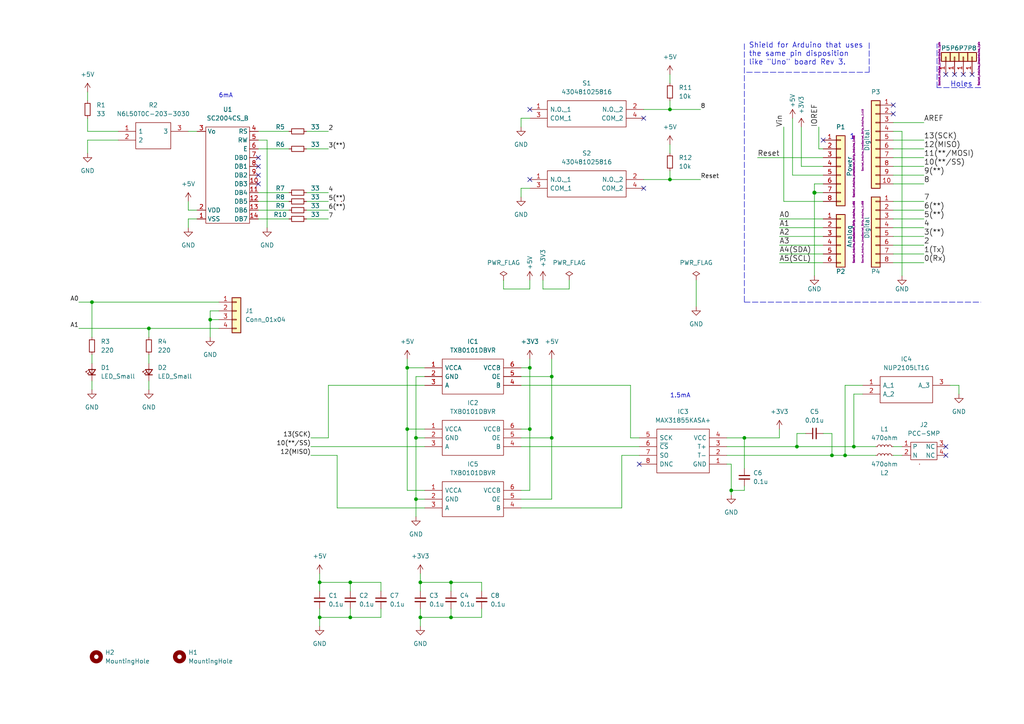
<source format=kicad_sch>
(kicad_sch (version 20211123) (generator eeschema)
  (paper "A4")
  (title_block (date "lun. 30 mars 2015"))
  (lib_symbols
    (symbol "Connector_Generic:Conn_01x01" (pin_names (offset 1.016) hide)
      (property "Reference" "J" (at 0 2.54 0))
      (property "Value" "Conn_01x01" (at 0 -2.54 0))
      (symbol "Conn_01x01_1_1"
        (rectangle (start -1.27 0.127) (end 0 -0.127) (stroke (width 0.1524)))
        (rectangle (start -1.27 1.27) (end 1.27 -1.27) (stroke (width 0.254)) (fill (type background)))
        (pin passive line (at -5.08 0 0) (length 3.81) (name "Pin_1") (number "1"))
      )
    )
    (symbol "Connector_Generic:Conn_01x04" (pin_names (offset 1.016) hide)
      (property "Reference" "J" (at 0 5.08 0))
      (property "Value" "Conn_01x04" (at 0 -7.62 0))
      (symbol "Conn_01x04_1_1"
        (rectangle (start -1.27 -4.953) (end 0 -5.207) (stroke (width 0.1524)))
        (rectangle (start -1.27 -2.413) (end 0 -2.667) (stroke (width 0.1524)))
        (rectangle (start -1.27 0.127) (end 0 -0.127) (stroke (width 0.1524)))
        (rectangle (start -1.27 2.667) (end 0 2.413) (stroke (width 0.1524)))
        (rectangle (start -1.27 3.81) (end 1.27 -6.35) (stroke (width 0.254)) (fill (type background)))
        (pin passive line (at -5.08 2.54 0) (length 3.81) (name "Pin_1") (number "1"))
        (pin passive line (at -5.08 0 0) (length 3.81) (name "Pin_2") (number "2"))
        (pin passive line (at -5.08 -2.54 0) (length 3.81) (name "Pin_3") (number "3"))
        (pin passive line (at -5.08 -5.08 0) (length 3.81) (name "Pin_4") (number "4"))
      )
    )
    (symbol "Connector_Generic:Conn_01x06" (pin_names (offset 1.016) hide)
      (property "Reference" "J" (at 0 7.62 0))
      (property "Value" "Conn_01x06" (at 0 -10.16 0))
      (symbol "Conn_01x06_1_1"
        (rectangle (start -1.27 -7.493) (end 0 -7.747) (stroke (width 0.1524)))
        (rectangle (start -1.27 -4.953) (end 0 -5.207) (stroke (width 0.1524)))
        (rectangle (start -1.27 -2.413) (end 0 -2.667) (stroke (width 0.1524)))
        (rectangle (start -1.27 0.127) (end 0 -0.127) (stroke (width 0.1524)))
        (rectangle (start -1.27 2.667) (end 0 2.413) (stroke (width 0.1524)))
        (rectangle (start -1.27 5.207) (end 0 4.953) (stroke (width 0.1524)))
        (rectangle (start -1.27 6.35) (end 1.27 -8.89) (stroke (width 0.254)) (fill (type background)))
        (pin passive line (at -5.08 5.08 0) (length 3.81) (name "Pin_1") (number "1"))
        (pin passive line (at -5.08 2.54 0) (length 3.81) (name "Pin_2") (number "2"))
        (pin passive line (at -5.08 0 0) (length 3.81) (name "Pin_3") (number "3"))
        (pin passive line (at -5.08 -2.54 0) (length 3.81) (name "Pin_4") (number "4"))
        (pin passive line (at -5.08 -5.08 0) (length 3.81) (name "Pin_5") (number "5"))
        (pin passive line (at -5.08 -7.62 0) (length 3.81) (name "Pin_6") (number "6"))
      )
    )
    (symbol "Connector_Generic:Conn_01x08" (pin_names (offset 1.016) hide)
      (property "Reference" "J" (at 0 10.16 0))
      (property "Value" "Conn_01x08" (at 0 -12.7 0))
      (symbol "Conn_01x08_1_1"
        (rectangle (start -1.27 -10.033) (end 0 -10.287) (stroke (width 0.1524)))
        (rectangle (start -1.27 -7.493) (end 0 -7.747) (stroke (width 0.1524)))
        (rectangle (start -1.27 -4.953) (end 0 -5.207) (stroke (width 0.1524)))
        (rectangle (start -1.27 -2.413) (end 0 -2.667) (stroke (width 0.1524)))
        (rectangle (start -1.27 0.127) (end 0 -0.127) (stroke (width 0.1524)))
        (rectangle (start -1.27 2.667) (end 0 2.413) (stroke (width 0.1524)))
        (rectangle (start -1.27 5.207) (end 0 4.953) (stroke (width 0.1524)))
        (rectangle (start -1.27 7.747) (end 0 7.493) (stroke (width 0.1524)))
        (rectangle (start -1.27 8.89) (end 1.27 -11.43) (stroke (width 0.254)) (fill (type background)))
        (pin passive line (at -5.08 7.62 0) (length 3.81) (name "Pin_1") (number "1"))
        (pin passive line (at -5.08 5.08 0) (length 3.81) (name "Pin_2") (number "2"))
        (pin passive line (at -5.08 2.54 0) (length 3.81) (name "Pin_3") (number "3"))
        (pin passive line (at -5.08 0 0) (length 3.81) (name "Pin_4") (number "4"))
        (pin passive line (at -5.08 -2.54 0) (length 3.81) (name "Pin_5") (number "5"))
        (pin passive line (at -5.08 -5.08 0) (length 3.81) (name "Pin_6") (number "6"))
        (pin passive line (at -5.08 -7.62 0) (length 3.81) (name "Pin_7") (number "7"))
        (pin passive line (at -5.08 -10.16 0) (length 3.81) (name "Pin_8") (number "8"))
      )
    )
    (symbol "Connector_Generic:Conn_01x10" (pin_names (offset 1.016) hide)
      (property "Reference" "J" (at 0 12.7 0))
      (property "Value" "Conn_01x10" (at 0 -15.24 0))
      (symbol "Conn_01x10_1_1"
        (rectangle (start -1.27 -12.573) (end 0 -12.827) (stroke (width 0.1524)))
        (rectangle (start -1.27 -10.033) (end 0 -10.287) (stroke (width 0.1524)))
        (rectangle (start -1.27 -7.493) (end 0 -7.747) (stroke (width 0.1524)))
        (rectangle (start -1.27 -4.953) (end 0 -5.207) (stroke (width 0.1524)))
        (rectangle (start -1.27 -2.413) (end 0 -2.667) (stroke (width 0.1524)))
        (rectangle (start -1.27 0.127) (end 0 -0.127) (stroke (width 0.1524)))
        (rectangle (start -1.27 2.667) (end 0 2.413) (stroke (width 0.1524)))
        (rectangle (start -1.27 5.207) (end 0 4.953) (stroke (width 0.1524)))
        (rectangle (start -1.27 7.747) (end 0 7.493) (stroke (width 0.1524)))
        (rectangle (start -1.27 10.287) (end 0 10.033) (stroke (width 0.1524)))
        (rectangle (start -1.27 11.43) (end 1.27 -13.97) (stroke (width 0.254)) (fill (type background)))
        (pin passive line (at -5.08 10.16 0) (length 3.81) (name "Pin_1") (number "1"))
        (pin passive line (at -5.08 -12.7 0) (length 3.81) (name "Pin_10") (number "10"))
        (pin passive line (at -5.08 7.62 0) (length 3.81) (name "Pin_2") (number "2"))
        (pin passive line (at -5.08 5.08 0) (length 3.81) (name "Pin_3") (number "3"))
        (pin passive line (at -5.08 2.54 0) (length 3.81) (name "Pin_4") (number "4"))
        (pin passive line (at -5.08 0 0) (length 3.81) (name "Pin_5") (number "5"))
        (pin passive line (at -5.08 -2.54 0) (length 3.81) (name "Pin_6") (number "6"))
        (pin passive line (at -5.08 -5.08 0) (length 3.81) (name "Pin_7") (number "7"))
        (pin passive line (at -5.08 -7.62 0) (length 3.81) (name "Pin_8") (number "8"))
        (pin passive line (at -5.08 -10.16 0) (length 3.81) (name "Pin_9") (number "9"))
      )
    )
    (symbol "Device:C_Small" (pin_numbers hide) (pin_names (offset 0.254) hide)
      (property "Reference" "C" (at 0.254 1.778 0))
      (property "Value" "C_Small" (at 0.254 -2.032 0))
      (symbol "C_Small_0_1"
        (polyline (pts (xy -1.524 -0.508) (xy 1.524 -0.508)) (stroke (width 0.3302)))
        (polyline (pts (xy -1.524 0.508) (xy 1.524 0.508)) (stroke (width 0.3048)))
      )
      (symbol "C_Small_1_1"
        (pin passive line (at 0 2.54 270) (length 2.032) (name "~") (number "1"))
        (pin passive line (at 0 -2.54 90) (length 2.032) (name "~") (number "2"))
      )
    )
    (symbol "Device:LED_Small" (pin_numbers hide) (pin_names (offset 0.254) hide)
      (property "Reference" "D" (at -1.27 3.175 0))
      (property "Value" "LED_Small" (at -4.445 -2.54 0))
      (symbol "LED_Small_0_1"
        (polyline (pts (xy -0.762 -1.016) (xy -0.762 1.016)) (stroke (width 0.254)))
        (polyline (pts (xy 1.016 0) (xy -0.762 0)))
        (polyline (pts (xy 0.762 -1.016) (xy -0.762 0) (xy 0.762 1.016) (xy 0.762 -1.016)) (stroke (width 0.254)))
        (polyline (pts (xy 0 0.762) (xy -0.508 1.27) (xy -0.254 1.27) (xy -0.508 1.27) (xy -0.508 1.016)))
        (polyline (pts (xy 0.508 1.27) (xy 0 1.778) (xy 0.254 1.778) (xy 0 1.778) (xy 0 1.524)))
      )
      (symbol "LED_Small_1_1"
        (pin passive line (at -2.54 0 0) (length 1.778) (name "K") (number "1"))
        (pin passive line (at 2.54 0 180) (length 1.778) (name "A") (number "2"))
      )
    )
    (symbol "Device:L_Small" (pin_numbers hide) (pin_names (offset 0.254) hide)
      (property "Reference" "L" (at 0.762 1.016 0))
      (property "Value" "L_Small" (at 0.762 -1.016 0))
      (symbol "L_Small_0_1"
        (arc (start 0 -2.032) (mid 0.508 -1.524) (end 0 -1.016))
        (arc (start 0 -1.016) (mid 0.508 -0.508) (end 0 0))
        (arc (start 0 0) (mid 0.508 0.508) (end 0 1.016))
        (arc (start 0 1.016) (mid 0.508 1.524) (end 0 2.032))
      )
      (symbol "L_Small_1_1"
        (pin passive line (at 0 2.54 270) (length 0.508) (name "~") (number "1"))
        (pin passive line (at 0 -2.54 90) (length 0.508) (name "~") (number "2"))
      )
    )
    (symbol "Device:R_Small" (pin_numbers hide) (pin_names (offset 0.254) hide)
      (property "Reference" "R" (at 0.762 0.508 0))
      (property "Value" "R_Small" (at 0.762 -1.016 0))
      (symbol "R_Small_0_1"
        (rectangle (start -0.762 1.778) (end 0.762 -1.778) (stroke (width 0.2032)))
      )
      (symbol "R_Small_1_1"
        (pin passive line (at 0 2.54 270) (length 0.762) (name "~") (number "1"))
        (pin passive line (at 0 -2.54 90) (length 0.762) (name "~") (number "2"))
      )
    )
    (symbol "LibraryLoader:430481025816" (pin_names (offset 0.762))
      (property "Reference" "S" (at 29.21 7.62 0))
      (property "Value" "430481025816" (at 29.21 5.08 0))
      (symbol "430481025816_0_0"
        (pin passive line (at 0 0 0) (length 5.08) (name "N.O._1") (number "1"))
        (pin passive line (at 33.02 0 180) (length 5.08) (name "N.O._2") (number "2"))
        (pin passive line (at 0 -2.54 0) (length 5.08) (name "COM_1") (number "3"))
        (pin passive line (at 33.02 -2.54 180) (length 5.08) (name "COM_2") (number "4"))
      )
      (symbol "430481025816_0_1"
        (polyline (pts (xy 5.08 2.54) (xy 27.94 2.54) (xy 27.94 -5.08) (xy 5.08 -5.08) (xy 5.08 2.54)) (stroke (width 0.1524)))
      )
    )
    (symbol "LibraryLoader:MAX31855KASA+" (pin_names (offset 0.762))
      (property "Reference" "IC" (at 21.59 7.62 0))
      (property "Value" "MAX31855KASA+" (at 21.59 5.08 0))
      (symbol "MAX31855KASA+_0_0"
        (pin passive line (at 0 0 0) (length 5.08) (name "GND") (number "1"))
        (pin passive line (at 0 -2.54 0) (length 5.08) (name "T-") (number "2"))
        (pin passive line (at 0 -5.08 0) (length 5.08) (name "T+") (number "3"))
        (pin passive line (at 0 -7.62 0) (length 5.08) (name "VCC") (number "4"))
        (pin passive line (at 25.4 -7.62 180) (length 5.08) (name "SCK") (number "5"))
        (pin passive line (at 25.4 -5.08 180) (length 5.08) (name "~{CS}") (number "6"))
        (pin passive line (at 25.4 -2.54 180) (length 5.08) (name "SO") (number "7"))
        (pin passive line (at 25.4 0 180) (length 5.08) (name "DNC") (number "8"))
      )
      (symbol "MAX31855KASA+_0_1"
        (polyline (pts (xy 5.08 2.54) (xy 20.32 2.54) (xy 20.32 -10.16) (xy 5.08 -10.16) (xy 5.08 2.54)) (stroke (width 0.1524)))
      )
    )
    (symbol "LibraryLoader:N6L50T0C-203-3030" (pin_names (offset 0.762))
      (property "Reference" "R" (at 16.51 7.62 0))
      (property "Value" "N6L50T0C-203-3030" (at 16.51 5.08 0))
      (symbol "N6L50T0C-203-3030_0_0"
        (pin passive line (at 0 0 0) (length 5.08) (name "1") (number "1"))
        (pin passive line (at 0 -2.54 0) (length 5.08) (name "2") (number "2"))
        (pin passive line (at 20.32 0 180) (length 5.08) (name "3") (number "3"))
      )
      (symbol "N6L50T0C-203-3030_0_1"
        (polyline (pts (xy 5.08 2.54) (xy 15.24 2.54) (xy 15.24 -5.08) (xy 5.08 -5.08) (xy 5.08 2.54)) (stroke (width 0.1524)))
      )
    )
    (symbol "LibraryLoader:NUP2105LT1G" (pin_names (offset 0.762))
      (property "Reference" "IC" (at 21.59 7.62 0))
      (property "Value" "NUP2105LT1G" (at 21.59 5.08 0))
      (symbol "NUP2105LT1G_0_0"
        (pin passive line (at 0 0 0) (length 5.08) (name "A_1") (number "1"))
        (pin passive line (at 0 -2.54 0) (length 5.08) (name "A_2") (number "2"))
        (pin passive line (at 25.4 0 180) (length 5.08) (name "A_3") (number "3"))
      )
      (symbol "NUP2105LT1G_0_1"
        (polyline (pts (xy 5.08 2.54) (xy 20.32 2.54) (xy 20.32 -5.08) (xy 5.08 -5.08) (xy 5.08 2.54)) (stroke (width 0.1524)))
      )
    )
    (symbol "LibraryLoader:TXB0101DBVR" (pin_names (offset 0.762))
      (property "Reference" "IC" (at 24.13 7.62 0))
      (property "Value" "TXB0101DBVR" (at 24.13 5.08 0))
      (symbol "TXB0101DBVR_0_0"
        (pin passive line (at 0 0 0) (length 5.08) (name "VCCA") (number "1"))
        (pin passive line (at 0 -2.54 0) (length 5.08) (name "GND") (number "2"))
        (pin passive line (at 0 -5.08 0) (length 5.08) (name "A") (number "3"))
        (pin passive line (at 27.94 -5.08 180) (length 5.08) (name "B") (number "4"))
        (pin passive line (at 27.94 -2.54 180) (length 5.08) (name "OE") (number "5"))
        (pin passive line (at 27.94 0 180) (length 5.08) (name "VCCB") (number "6"))
      )
      (symbol "TXB0101DBVR_0_1"
        (polyline (pts (xy 5.08 2.54) (xy 22.86 2.54) (xy 22.86 -7.62) (xy 5.08 -7.62) (xy 5.08 2.54)) (stroke (width 0.1524)))
      )
    )
    (symbol "Mechanical:MountingHole" (pin_names (offset 1.016))
      (property "Reference" "H" (at 0 5.08 0))
      (property "Value" "MountingHole" (at 0 3.175 0))
      (symbol "MountingHole_0_1"
        (circle (center 0 0) (radius 1.27) (stroke (width 1.27)))
      )
    )
    (symbol "mt_reflowcnt:PCC-SMP"
      (property "Reference" "J" (at 0 3.81 0))
      (property "Value" "PCC-SMP" (at 0 -3.81 0))
      (symbol "PCC-SMP_0_1"
        (rectangle (start -3.81 2.54) (end 3.81 -2.54))
        (rectangle (start -1.27 -3.81) (end -1.27 -3.81))
        (rectangle (start -1.27 -3.81) (end -1.27 -3.81))
        (rectangle (start -1.27 -3.81) (end -1.27 -3.81))
        (rectangle (start -1.27 -3.81) (end -1.27 -3.81))
        (rectangle (start -1.27 -3.81) (end -1.27 -3.81))
      )
      (symbol "PCC-SMP_1_1"
        (pin passive line (at -6.35 1.27 0) (length 2.54) (name "P") (number "1"))
        (pin passive line (at -6.35 -1.27 0) (length 2.54) (name "N") (number "2"))
        (pin free line (at 6.35 1.27 180) (length 2.54) (name "NC") (number "3"))
        (pin free line (at 6.35 -1.27 180) (length 2.54) (name "NC") (number "4"))
      )
    )
    (symbol "mt_reflowcnt:SC2004CS_B"
      (property "Reference" "U" (at 0 13.97 0))
      (property "Value" "SC2004CS_B" (at 0 -16.51 0))
      (symbol "SC2004CS_B_0_1"
        (rectangle (start -6.35 12.7) (end 6.35 -15.24))
        (polyline (pts (xy 33.02 -8.89) (xy 33.02 -8.89)))
        (polyline (pts (xy 33.02 -8.89) (xy 33.02 -8.89)))
        (rectangle (start 33.02 -8.89) (end 33.02 -8.89))
        (rectangle (start 33.02 -8.89) (end 33.02 -8.89))
        (rectangle (start 33.02 -8.89) (end 33.02 -8.89))
        (rectangle (start 33.02 -8.89) (end 33.02 -8.89))
        (rectangle (start 33.02 -8.89) (end 33.02 -8.89))
        (rectangle (start 33.02 -8.89) (end 33.02 -8.89))
      )
      (symbol "SC2004CS_B_1_1"
        (pin power_in line (at -8.89 -13.97 0) (length 2.54) (name "VSS") (number "1"))
        (pin passive line (at 8.89 -3.81 180) (length 2.54) (name "DB3") (number "10"))
        (pin passive line (at 8.89 -6.35 180) (length 2.54) (name "DB4") (number "11"))
        (pin passive line (at 8.89 -8.89 180) (length 2.54) (name "DB5") (number "12"))
        (pin passive line (at 8.89 -11.43 180) (length 2.54) (name "DB6") (number "13"))
        (pin passive line (at 8.89 -13.97 180) (length 2.54) (name "DB7") (number "14"))
        (pin power_in line (at -8.89 -11.43 0) (length 2.54) (name "VDD") (number "2"))
        (pin passive line (at -8.89 11.43 0) (length 2.54) (name "Vo") (number "3"))
        (pin passive line (at 8.89 11.43 180) (length 2.54) (name "RS") (number "4"))
        (pin passive line (at 8.89 8.89 180) (length 2.54) (name "RW") (number "5"))
        (pin passive line (at 8.89 6.35 180) (length 2.54) (name "E") (number "6"))
        (pin passive line (at 8.89 3.81 180) (length 2.54) (name "DB0") (number "7"))
        (pin passive line (at 8.89 1.27 180) (length 2.54) (name "DB1") (number "8"))
        (pin passive line (at 8.89 -1.27 180) (length 2.54) (name "DB2") (number "9"))
      )
    )
    (symbol "power:+3.3V" (power) (pin_names (offset 0))
      (property "Value" "+3.3V" (at 0 3.556 0))
      (symbol "+3.3V_0_1"
        (polyline (pts (xy -0.762 1.27) (xy 0 2.54)))
        (polyline (pts (xy 0 0) (xy 0 2.54)))
        (polyline (pts (xy 0 2.54) (xy 0.762 1.27)))
      )
      (symbol "+3.3V_1_1"
        (pin power_in line (at 0 0 90) (length 0) hide (name "+3V3") (number "1"))
      )
    )
    (symbol "power:+5V" (power) (pin_names (offset 0))
      (property "Value" "+5V" (at 0 3.556 0))
      (symbol "+5V_0_1"
        (polyline (pts (xy -0.762 1.27) (xy 0 2.54)))
        (polyline (pts (xy 0 0) (xy 0 2.54)))
        (polyline (pts (xy 0 2.54) (xy 0.762 1.27)))
      )
      (symbol "+5V_1_1"
        (pin power_in line (at 0 0 90) (length 0) hide (name "+5V") (number "1"))
      )
    )
    (symbol "power:GND" (power) (pin_names (offset 0))
      (property "Value" "GND" (at 0 -3.81 0))
      (symbol "GND_0_1"
        (polyline (pts (xy 0 0) (xy 0 -1.27) (xy 1.27 -1.27) (xy 0 -2.54) (xy -1.27 -1.27) (xy 0 -1.27)))
      )
      (symbol "GND_1_1"
        (pin power_in line (at 0 0 270) (length 0) hide (name "GND") (number "1"))
      )
    )
    (symbol "power:PWR_FLAG" (power) (pin_numbers hide) (pin_names (offset 0) hide)
      (property "Value" "PWR_FLAG" (at 0 3.81 0))
      (symbol "PWR_FLAG_0_0"
        (pin power_out line (at 0 0 90) (length 0) (name "pwr") (number "1"))
      )
      (symbol "PWR_FLAG_0_1"
        (polyline (pts (xy 0 0) (xy 0 1.27) (xy -1.016 1.905) (xy 0 2.54) (xy 1.016 1.905) (xy 0 1.27)))
      )
    )
  )
  (junction (at 60.96 92.71))
  (junction (at 120.65 144.78))
  (junction (at 245.11 132.08))
  (junction (at 130.81 168.91))
  (junction (at 118.11 106.68))
  (junction (at 215.9 127))
  (junction (at 26.67 87.63))
  (junction (at 101.6 179.07))
  (junction (at 121.92 168.91))
  (junction (at 118.11 124.46))
  (junction (at 160.02 127))
  (junction (at 130.81 179.07))
  (junction (at 247.65 129.54))
  (junction (at 160.02 109.22))
  (junction (at 194.31 31.75))
  (junction (at 153.67 124.46))
  (junction (at 212.09 142.24))
  (junction (at 120.65 127))
  (junction (at 92.71 179.07))
  (junction (at 121.92 179.07))
  (junction (at 153.67 106.68))
  (junction (at 194.31 52.07))
  (junction (at 236.22 55.88) (diameter 1.016))
  (junction (at 92.71 168.91))
  (junction (at 231.14 129.54))
  (junction (at 43.18 95.25))
  (junction (at 241.3 132.08))
  (junction (at 101.6 168.91))
  (no_connect (at 185.42 134.62))
  (no_connect (at 259.08 30.48))
  (no_connect (at 259.08 33.02))
  (no_connect (at 186.69 54.61))
  (no_connect (at 186.69 34.29))
  (no_connect (at 153.67 31.75))
  (no_connect (at 153.67 52.07))
  (no_connect (at 279.4 21.59))
  (no_connect (at 274.32 21.59))
  (no_connect (at 74.93 53.34))
  (no_connect (at 74.93 45.72))
  (no_connect (at 74.93 48.26))
  (no_connect (at 74.93 50.8))
  (no_connect (at 276.86 21.59))
  (no_connect (at 274.32 129.54))
  (no_connect (at 274.32 132.08))
  (no_connect (at 281.94 21.59))
  (no_connect (at 238.76 40.64))
  (wire (pts (xy 130.81 179.07) (xy 121.92 179.07)))
  (wire (pts (xy 120.65 127) (xy 120.65 144.78)))
  (wire (pts (xy 25.4 26.67) (xy 25.4 29.21)))
  (wire (pts (xy 88.9 43.18) (xy 95.25 43.18)))
  (wire (pts (xy 97.79 132.08) (xy 90.17 132.08)))
  (wire (pts (xy 238.76 48.26) (xy 232.41 48.26)))
  (wire (pts (xy 101.6 168.91) (xy 101.6 171.45)))
  (wire (pts (xy 153.67 106.68) (xy 153.67 124.46)))
  (wire (pts (xy 238.76 71.12) (xy 226.06 71.12)))
  (wire (pts (xy 120.65 144.78) (xy 123.19 144.78)))
  (wire (pts (xy 92.71 168.91) (xy 92.71 171.45)))
  (wire (pts (xy 92.71 179.07) (xy 92.71 181.61)))
  (wire (pts (xy 121.92 166.37) (xy 121.92 168.91)))
  (wire (pts (xy 153.67 142.24) (xy 151.13 142.24)))
  (polyline (pts (xy 252.095 20.955) (xy 252.095 12.065)) (stroke (width 0) (type dash)))
  (wire (pts (xy 123.19 127) (xy 120.65 127)))
  (wire (pts (xy 43.18 110.49) (xy 43.18 113.03)))
  (wire (pts (xy 25.4 40.64) (xy 25.4 44.45)))
  (wire (pts (xy 247.65 129.54) (xy 247.65 114.3)))
  (wire (pts (xy 110.49 168.91) (xy 110.49 171.45)))
  (wire (pts (xy 43.18 102.87) (xy 43.18 105.41)))
  (wire (pts (xy 259.08 63.5) (xy 267.97 63.5)))
  (wire (pts (xy 101.6 168.91) (xy 92.71 168.91)))
  (wire (pts (xy 26.67 87.63) (xy 26.67 97.79)))
  (wire (pts (xy 194.31 21.59) (xy 194.31 24.13)))
  (wire (pts (xy 77.47 40.64) (xy 77.47 66.04)))
  (wire (pts (xy 63.5 92.71) (xy 60.96 92.71)))
  (wire (pts (xy 151.13 109.22) (xy 160.02 109.22)))
  (wire (pts (xy 212.09 142.24) (xy 212.09 143.51)))
  (wire (pts (xy 157.48 83.82) (xy 165.1 83.82)))
  (wire (pts (xy 101.6 168.91) (xy 110.49 168.91)))
  (wire (pts (xy 26.67 102.87) (xy 26.67 105.41)))
  (wire (pts (xy 254 129.54) (xy 247.65 129.54)))
  (wire (pts (xy 118.11 104.14) (xy 118.11 106.68)))
  (wire (pts (xy 236.22 53.34) (xy 236.22 55.88)))
  (wire (pts (xy 74.93 43.18) (xy 83.82 43.18)))
  (wire (pts (xy 259.08 129.54) (xy 261.62 129.54)))
  (wire (pts (xy 123.19 147.32) (xy 97.79 147.32)))
  (wire (pts (xy 130.81 168.91) (xy 130.81 171.45)))
  (wire (pts (xy 121.92 176.53) (xy 121.92 179.07)))
  (wire (pts (xy 54.61 60.96) (xy 57.15 60.96)))
  (wire (pts (xy 34.29 38.1) (xy 25.4 38.1)))
  (wire (pts (xy 259.08 43.18) (xy 267.97 43.18)))
  (wire (pts (xy 261.62 38.1) (xy 261.62 80.01)))
  (wire (pts (xy 238.76 53.34) (xy 236.22 53.34)))
  (wire (pts (xy 241.3 132.08) (xy 245.11 132.08)))
  (wire (pts (xy 118.11 142.24) (xy 123.19 142.24)))
  (wire (pts (xy 88.9 60.96) (xy 95.25 60.96)))
  (wire (pts (xy 118.11 124.46) (xy 118.11 142.24)))
  (wire (pts (xy 180.34 147.32) (xy 180.34 132.08)))
  (wire (pts (xy 259.08 53.34) (xy 267.97 53.34)))
  (wire (pts (xy 237.49 43.18) (xy 238.76 43.18)))
  (wire (pts (xy 238.76 50.8) (xy 229.87 50.8)))
  (wire (pts (xy 194.31 41.91) (xy 194.31 44.45)))
  (wire (pts (xy 60.96 90.17) (xy 60.96 92.71)))
  (wire (pts (xy 54.61 38.1) (xy 57.15 38.1)))
  (wire (pts (xy 231.14 125.73) (xy 231.14 129.54)))
  (wire (pts (xy 226.06 127) (xy 226.06 124.46)))
  (wire (pts (xy 74.93 60.96) (xy 83.82 60.96)))
  (wire (pts (xy 259.08 40.64) (xy 267.97 40.64)))
  (wire (pts (xy 74.93 63.5) (xy 83.82 63.5)))
  (wire (pts (xy 259.08 58.42) (xy 267.97 58.42)))
  (wire (pts (xy 238.76 66.04) (xy 226.06 66.04)))
  (wire (pts (xy 182.88 127) (xy 185.42 127)))
  (wire (pts (xy 118.11 106.68) (xy 118.11 124.46)))
  (wire (pts (xy 245.11 111.76) (xy 245.11 132.08)))
  (wire (pts (xy 57.15 63.5) (xy 54.61 63.5)))
  (wire (pts (xy 153.67 34.29) (xy 151.13 34.29)))
  (wire (pts (xy 259.08 71.12) (xy 267.97 71.12)))
  (wire (pts (xy 182.88 111.76) (xy 182.88 127)))
  (wire (pts (xy 215.9 127) (xy 215.9 135.89)))
  (wire (pts (xy 186.69 52.07) (xy 194.31 52.07)))
  (wire (pts (xy 259.08 132.08) (xy 261.62 132.08)))
  (wire (pts (xy 194.31 49.53) (xy 194.31 52.07)))
  (wire (pts (xy 146.05 81.28) (xy 146.05 83.82)))
  (wire (pts (xy 139.7 179.07) (xy 130.81 179.07)))
  (wire (pts (xy 212.09 134.62) (xy 212.09 142.24)))
  (wire (pts (xy 210.82 134.62) (xy 212.09 134.62)))
  (wire (pts (xy 238.76 58.42) (xy 227.33 58.42)))
  (wire (pts (xy 160.02 127) (xy 160.02 144.78)))
  (wire (pts (xy 54.61 58.42) (xy 54.61 60.96)))
  (wire (pts (xy 151.13 34.29) (xy 151.13 36.83)))
  (wire (pts (xy 22.86 95.25) (xy 43.18 95.25)))
  (wire (pts (xy 153.67 104.14) (xy 153.67 106.68)))
  (wire (pts (xy 165.1 83.82) (xy 165.1 81.28)))
  (wire (pts (xy 139.7 168.91) (xy 130.81 168.91)))
  (wire (pts (xy 63.5 90.17) (xy 60.96 90.17)))
  (wire (pts (xy 25.4 34.29) (xy 25.4 38.1)))
  (wire (pts (xy 151.13 127) (xy 160.02 127)))
  (wire (pts (xy 210.82 127) (xy 215.9 127)))
  (wire (pts (xy 34.29 40.64) (xy 25.4 40.64)))
  (wire (pts (xy 153.67 124.46) (xy 153.67 142.24)))
  (wire (pts (xy 238.76 63.5) (xy 226.06 63.5)))
  (wire (pts (xy 210.82 129.54) (xy 231.14 129.54)))
  (wire (pts (xy 43.18 95.25) (xy 43.18 97.79)))
  (wire (pts (xy 95.25 111.76) (xy 95.25 127)))
  (wire (pts (xy 74.93 55.88) (xy 83.82 55.88)))
  (wire (pts (xy 120.65 109.22) (xy 120.65 127)))
  (wire (pts (xy 250.19 111.76) (xy 245.11 111.76)))
  (wire (pts (xy 259.08 45.72) (xy 267.97 45.72)))
  (wire (pts (xy 238.76 73.66) (xy 226.06 73.66)))
  (polyline (pts (xy 284.48 25.4) (xy 271.78 25.4)) (stroke (width 0) (type dash)))
  (wire (pts (xy 74.93 58.42) (xy 83.82 58.42)))
  (wire (pts (xy 245.11 132.08) (xy 254 132.08)))
  (wire (pts (xy 118.11 106.68) (xy 123.19 106.68)))
  (wire (pts (xy 275.59 111.76) (xy 278.13 111.76)))
  (wire (pts (xy 74.93 40.64) (xy 77.47 40.64)))
  (wire (pts (xy 151.13 111.76) (xy 182.88 111.76)))
  (wire (pts (xy 238.76 45.72) (xy 219.71 45.72)))
  (wire (pts (xy 88.9 38.1) (xy 95.25 38.1)))
  (wire (pts (xy 259.08 38.1) (xy 261.62 38.1)))
  (wire (pts (xy 238.76 55.88) (xy 236.22 55.88)))
  (wire (pts (xy 90.17 127) (xy 95.25 127)))
  (wire (pts (xy 180.34 132.08) (xy 185.42 132.08)))
  (wire (pts (xy 259.08 50.8) (xy 267.97 50.8)))
  (wire (pts (xy 231.14 129.54) (xy 247.65 129.54)))
  (wire (pts (xy 151.13 54.61) (xy 151.13 57.15)))
  (wire (pts (xy 201.93 81.28) (xy 201.93 88.9)))
  (wire (pts (xy 139.7 176.53) (xy 139.7 179.07)))
  (wire (pts (xy 210.82 132.08) (xy 241.3 132.08)))
  (wire (pts (xy 153.67 83.82) (xy 153.67 81.28)))
  (wire (pts (xy 236.22 55.88) (xy 236.22 80.01)))
  (wire (pts (xy 227.33 58.42) (xy 227.33 36.83)))
  (wire (pts (xy 160.02 144.78) (xy 151.13 144.78)))
  (wire (pts (xy 241.3 125.73) (xy 241.3 132.08)))
  (wire (pts (xy 194.31 31.75) (xy 203.2 31.75)))
  (polyline (pts (xy 215.9 87.63) (xy 284.48 87.63)) (stroke (width 0) (type dash)))
  (wire (pts (xy 110.49 179.07) (xy 101.6 179.07)))
  (wire (pts (xy 121.92 179.07) (xy 121.92 181.61)))
  (wire (pts (xy 110.49 176.53) (xy 110.49 179.07)))
  (wire (pts (xy 259.08 68.58) (xy 267.97 68.58)))
  (wire (pts (xy 139.7 171.45) (xy 139.7 168.91)))
  (wire (pts (xy 88.9 58.42) (xy 95.25 58.42)))
  (wire (pts (xy 63.5 95.25) (xy 43.18 95.25)))
  (wire (pts (xy 238.76 76.2) (xy 226.06 76.2)))
  (wire (pts (xy 151.13 147.32) (xy 180.34 147.32)))
  (wire (pts (xy 259.08 73.66) (xy 267.97 73.66)))
  (wire (pts (xy 92.71 176.53) (xy 92.71 179.07)))
  (polyline (pts (xy 271.78 25.4) (xy 271.78 12.7)) (stroke (width 0) (type dash)))
  (wire (pts (xy 26.67 110.49) (xy 26.67 113.03)))
  (wire (pts (xy 22.86 87.63) (xy 26.67 87.63)))
  (wire (pts (xy 92.71 166.37) (xy 92.71 168.91)))
  (wire (pts (xy 60.96 92.71) (xy 60.96 97.79)))
  (wire (pts (xy 259.08 60.96) (xy 267.97 60.96)))
  (wire (pts (xy 194.31 52.07) (xy 203.2 52.07)))
  (wire (pts (xy 278.13 111.76) (xy 278.13 114.3)))
  (wire (pts (xy 229.87 50.8) (xy 229.87 34.29)))
  (wire (pts (xy 90.17 129.54) (xy 123.19 129.54)))
  (wire (pts (xy 151.13 124.46) (xy 153.67 124.46)))
  (wire (pts (xy 101.6 179.07) (xy 92.71 179.07)))
  (wire (pts (xy 194.31 29.21) (xy 194.31 31.75)))
  (wire (pts (xy 151.13 106.68) (xy 153.67 106.68)))
  (wire (pts (xy 121.92 168.91) (xy 121.92 171.45)))
  (wire (pts (xy 259.08 66.04) (xy 267.97 66.04)))
  (wire (pts (xy 259.08 35.56) (xy 267.97 35.56)))
  (wire (pts (xy 157.48 81.28) (xy 157.48 83.82)))
  (polyline (pts (xy 215.9 12.7) (xy 215.9 87.63)) (stroke (width 0) (type dash)))
  (wire (pts (xy 54.61 63.5) (xy 54.61 66.04)))
  (wire (pts (xy 238.76 125.73) (xy 241.3 125.73)))
  (wire (pts (xy 146.05 83.82) (xy 153.67 83.82)))
  (wire (pts (xy 95.25 111.76) (xy 123.19 111.76)))
  (wire (pts (xy 118.11 124.46) (xy 123.19 124.46)))
  (wire (pts (xy 97.79 147.32) (xy 97.79 132.08)))
  (wire (pts (xy 232.41 48.26) (xy 232.41 36.83)))
  (wire (pts (xy 63.5 87.63) (xy 26.67 87.63)))
  (wire (pts (xy 120.65 149.86) (xy 120.65 144.78)))
  (wire (pts (xy 186.69 31.75) (xy 194.31 31.75)))
  (wire (pts (xy 237.49 36.83) (xy 237.49 43.18)))
  (wire (pts (xy 74.93 38.1) (xy 83.82 38.1)))
  (wire (pts (xy 88.9 63.5) (xy 95.25 63.5)))
  (wire (pts (xy 130.81 168.91) (xy 121.92 168.91)))
  (wire (pts (xy 215.9 142.24) (xy 212.09 142.24)))
  (wire (pts (xy 151.13 129.54) (xy 185.42 129.54)))
  (wire (pts (xy 153.67 54.61) (xy 151.13 54.61)))
  (wire (pts (xy 247.65 114.3) (xy 250.19 114.3)))
  (wire (pts (xy 160.02 109.22) (xy 160.02 127)))
  (wire (pts (xy 259.08 76.2) (xy 267.97 76.2)))
  (wire (pts (xy 259.08 48.26) (xy 267.97 48.26)))
  (wire (pts (xy 233.68 125.73) (xy 231.14 125.73)))
  (wire (pts (xy 88.9 55.88) (xy 95.25 55.88)))
  (wire (pts (xy 101.6 176.53) (xy 101.6 179.07)))
  (wire (pts (xy 123.19 109.22) (xy 120.65 109.22)))
  (wire (pts (xy 130.81 176.53) (xy 130.81 179.07)))
  (wire (pts (xy 160.02 104.14) (xy 160.02 109.22)))
  (wire (pts (xy 238.76 68.58) (xy 226.06 68.58)))
  (wire (pts (xy 215.9 127) (xy 226.06 127)))
  (polyline (pts (xy 216.535 20.955) (xy 252.095 20.955)) (stroke (width 0) (type dash)))
  (wire (pts (xy 215.9 140.97) (xy 215.9 142.24)))
  (text "Holes" (at 275.59 25.4 0) (effects (font (size 1.524 1.524)) (justify left bottom)))
  (text "Shield for Arduino that uses\nthe same pin disposition\nlike \"Uno\" board Rev 3." (at 217.17 19.05 0) (effects (font (size 1.524 1.524)) (justify left bottom)))
  (text "1.5mA" (at 194.31 115.57 0) (effects (font (size 1.27 1.27)) (justify left bottom)))
  (text "6mA" (at 63.3984 28.5496 0) (effects (font (size 1.27 1.27)) (justify left bottom)))
  (text "1" (at 246.38 40.64 0) (effects (font (size 1.524 1.524)) (justify left bottom)))
  (label "Vin" (at 227.33 36.83 90) (effects (font (size 1.524 1.524))))
  (label "10(**{slash}SS)" (at 90.17 129.54 180))
  (label "6(**)" (at 95.25 60.96 0))
  (label "3(**)" (at 95.25 43.18 0))
  (label "0(Rx)" (at 267.97 76.2 0) (effects (font (size 1.524 1.524))))
  (label "A4(SDA)" (at 226.06 73.66 0) (effects (font (size 1.524 1.524))))
  (label "13(SCK)" (at 90.17 127 180))
  (label "4" (at 267.97 66.04 0) (effects (font (size 1.524 1.524))))
  (label "5(**)" (at 267.97 63.5 0) (effects (font (size 1.524 1.524))))
  (label "A2" (at 226.06 68.58 0) (effects (font (size 1.524 1.524))))
  (label "A0" (at 22.86 87.63 180))
  (label "A5(SCL)" (at 226.06 76.2 0) (effects (font (size 1.524 1.524))))
  (label "A0" (at 226.06 63.5 0) (effects (font (size 1.524 1.524))))
  (label "Reset" (at 203.2 52.07 0))
  (label "A1" (at 226.06 66.04 0) (effects (font (size 1.524 1.524))))
  (label "10(**/SS)" (at 267.97 48.26 0) (effects (font (size 1.524 1.524))))
  (label "7" (at 95.25 63.5 0))
  (label "13(SCK)" (at 267.97 40.64 0) (effects (font (size 1.524 1.524))))
  (label "2" (at 95.25 38.1 0))
  (label "A1" (at 22.86 95.25 180))
  (label "7" (at 267.97 58.42 0) (effects (font (size 1.524 1.524))))
  (label "A3" (at 226.06 71.12 0) (effects (font (size 1.524 1.524))))
  (label "Reset" (at 219.71 45.72 0) (effects (font (size 1.524 1.524))))
  (label "2" (at 267.97 71.12 0) (effects (font (size 1.524 1.524))))
  (label "12(MISO)" (at 267.97 43.18 0) (effects (font (size 1.524 1.524))))
  (label "3(**)" (at 267.97 68.58 0) (effects (font (size 1.524 1.524))))
  (label "4" (at 95.25 55.88 0))
  (label "9(**)" (at 267.97 50.8 0) (effects (font (size 1.524 1.524))))
  (label "8" (at 203.2 31.75 0))
  (label "8" (at 267.97 53.34 0) (effects (font (size 1.524 1.524))))
  (label "5(**)" (at 95.25 58.42 0))
  (label "IOREF" (at 237.49 36.83 90) (effects (font (size 1.524 1.524))))
  (label "AREF" (at 267.97 35.56 0) (effects (font (size 1.524 1.524))))
  (label "12(MISO)" (at 90.17 132.08 180))
  (label "11(**/MOSI)" (at 267.97 45.72 0) (effects (font (size 1.524 1.524))))
  (label "1(Tx)" (at 267.97 73.66 0) (effects (font (size 1.524 1.524))))
  (label "6(**)" (at 267.97 60.96 0) (effects (font (size 1.524 1.524))))
  (symbol (lib_id "Connector_Generic:Conn_01x08") (at 243.84 48.26 0) (unit 1)
    (property "Reference" "P1" (at 243.84 36.83 0))
    (property "Value" "Power" (at 246.38 48.26 90))
    (property "Footprint" "Socket_Arduino_Uno:Socket_Strip_Arduino_1x08" (at 247.65 48.26 90) (effects (font (size 0.508 0.508))))
  )
  (symbol (lib_id "power:+3.3V") (at 232.41 36.83 0) (unit 1)
    (property "Reference" "#PWR032" (effects hide))
    (property "Value" "+3.3V" (at 232.41 30.48 90))
  )
  (symbol (lib_id "power:+5V") (at 229.87 34.29 0) (unit 1)
    (property "Reference" "#PWR031" (effects hide))
    (property "Value" "+5V" (at 229.87 29.21 90))
  )
  (symbol (lib_id "power:GND") (at 236.22 80.01 0) (unit 1)
    (property "Reference" "#PWR033" (effects hide))
    (property "Value" "GND" (at 236.22 83.82 0))
  )
  (symbol (lib_id "power:GND") (at 261.62 80.01 0) (unit 1)
    (property "Reference" "#PWR037" (effects hide))
    (property "Value" "GND" (at 261.62 83.82 0))
  )
  (symbol (lib_id "Connector_Generic:Conn_01x06") (at 243.84 68.58 0) (unit 1)
    (property "Reference" "P2" (at 243.84 78.74 0))
    (property "Value" "Analog" (at 246.38 68.58 90))
    (property "Footprint" "Socket_Arduino_Uno:Socket_Strip_Arduino_1x06" (at 247.65 67.31 90) (effects (font (size 0.508 0.508))))
  )
  (symbol (lib_id "Connector_Generic:Conn_01x01") (at 274.32 16.51 90) (unit 1)
    (property "Reference" "P5" (at 274.32 13.97 90))
    (property "Value" "CONN_01X01" (effects hide))
    (property "Footprint" "Socket_Arduino_Uno:Arduino_1pin" (at 272.4404 18.5166 0) (effects (font (size 0.508 0.508))))
  )
  (symbol (lib_id "Connector_Generic:Conn_01x01") (at 276.86 16.51 90) (unit 1)
    (property "Reference" "P6" (at 276.86 13.97 90))
    (property "Value" "CONN_01X01" (effects hide))
    (property "Footprint" "Socket_Arduino_Uno:Arduino_1pin" (effects hide))
  )
  (symbol (lib_id "Connector_Generic:Conn_01x01") (at 279.4 16.51 90) (unit 1)
    (property "Reference" "P7" (at 279.4 13.97 90))
    (property "Value" "CONN_01X01" (effects hide))
    (property "Footprint" "Socket_Arduino_Uno:Arduino_1pin" (effects hide))
  )
  (symbol (lib_id "Connector_Generic:Conn_01x01") (at 281.94 16.51 90) (unit 1)
    (property "Reference" "P8" (at 281.94 13.97 90))
    (property "Value" "CONN_01X01" (effects hide))
    (property "Footprint" "Socket_Arduino_Uno:Arduino_1pin" (at 283.9212 18.4404 0) (effects (font (size 0.508 0.508))))
  )
  (symbol (lib_id "Connector_Generic:Conn_01x08") (at 254 66.04 0) (mirror y) (unit 1)
    (property "Reference" "P4" (at 254 78.74 0))
    (property "Value" "Digital" (at 251.46 66.04 90))
    (property "Footprint" "Socket_Arduino_Uno:Socket_Strip_Arduino_1x08" (at 250.19 67.31 90) (effects (font (size 0.508 0.508))))
  )
  (symbol (lib_id "Connector_Generic:Conn_01x10") (at 254 40.64 0) (mirror y) (unit 1)
    (property "Reference" "P3" (at 254 26.67 0))
    (property "Value" "Digital" (at 251.46 40.64 90))
    (property "Footprint" "Socket_Arduino_Uno:Socket_Strip_Arduino_1x10" (at 250.19 40.64 90) (effects (font (size 0.508 0.508))))
  )
  (symbol (lib_id "power:GND") (at 201.93 88.9 0) (unit 1)
    (property "Reference" "#PWR030" (effects hide))
    (property "Value" "GND" (at 201.93 93.98 0))
  )
  (symbol (lib_id "power:GND") (at 43.18 113.03 0) (unit 1)
    (property "Reference" "#PWR04" (effects hide))
    (property "Value" "GND" (at 43.18 118.11 0))
  )
  (symbol (lib_id "LibraryLoader:NUP2105LT1G") (at 250.19 111.76 0) (unit 1)
    (property "Reference" "IC4" (at 262.89 104.14 0))
    (property "Value" "NUP2105LT1G" (at 262.89 106.68 0))
    (property "Footprint" "LibraryLoader:SOT96P237X111-3N" (effects hide))
    (property "Datasheet" "https://www.onsemi.com/pub/Collateral/NUP2105L-D.PDF" (effects hide))
    (property "Description" "Dual Line CAN Bus Protector" (effects hide))
    (property "Height" "1.11" (effects hide))
    (property "Mouser Part Number" "863-NUP2105LT1G" (effects hide))
    (property "Mouser Price/Stock" "https://www.mouser.co.uk/ProductDetail/onsemi/NUP2105LT1G?qs=ZXBb0xZ9WeDHmiHN%252BYKtYA%3D%3D" (effects hide))
    (property "Manufacturer_Name" "onsemi" (effects hide))
    (property "Manufacturer_Part_Number" "NUP2105LT1G" (effects hide))
  )
  (symbol (lib_id "Device:R_Small") (at 25.4 31.75 0) (unit 1)
    (property "Reference" "R1" (at 27.94 30.4799 0) (effects (justify left)))
    (property "Value" "33" (at 27.94 33.0199 0) (effects (justify left)))
    (property "Footprint" "Resistor_SMD:R_0805_2012Metric_Pad1.20x1.40mm_HandSolder" (effects hide))
  )
  (symbol (lib_id "LibraryLoader:TXB0101DBVR") (at 123.19 106.68 0) (unit 1)
    (property "Reference" "IC1" (at 137.16 99.06 0))
    (property "Value" "TXB0101DBVR" (at 137.16 101.6 0))
    (property "Footprint" "LibraryLoader:SOT95P280X145-6N" (effects hide))
    (property "Datasheet" "http://www.ti.com/lit/gpn/txb0101" (effects hide))
    (property "Description" "1-Bit Bidirectional Voltage-Level Shifter With Auto Direction Sensing and +/-15-kV ESD Protect" (effects hide))
    (property "Height" "1.45" (effects hide))
    (property "Mouser Part Number" "595-TXB0101DBVR" (effects hide))
    (property "Mouser Price/Stock" "https://www.mouser.co.uk/ProductDetail/Texas-Instruments/TXB0101DBVR?qs=0OHPnBYoB%2FkpWMiQLh%2FsWQ%3D%3D" (effects hide))
    (property "Manufacturer_Name" "Texas Instruments" (effects hide))
    (property "Manufacturer_Part_Number" "TXB0101DBVR" (effects hide))
  )
  (symbol (lib_id "LibraryLoader:MAX31855KASA+") (at 210.82 134.62 180) (unit 1)
    (property "Reference" "IC3" (at 198.12 119.38 0))
    (property "Value" "MAX31855KASA+" (at 198.12 121.92 0))
    (property "Footprint" "LibraryLoader:SOIC127P600X175-8N" (effects hide))
    (property "Datasheet" "https://datasheets.maximintegrated.com/en/ds/MAX31855.pdf" (effects hide))
    (property "Description" "MAX31855KASA+, 14 bit Temperature Sensor +/-2 C SPI 3  3.6 V 8-Pin SOIC" (effects hide))
    (property "Height" "1.75" (effects hide))
    (property "Mouser Part Number" "700-MAX31855KASA+" (effects hide))
    (property "Mouser Price/Stock" "https://www.mouser.co.uk/ProductDetail/Maxim-Integrated/MAX31855KASA%2b?qs=ffX8NcjNb2QF5YDuL5Qj5g%3D%3D" (effects hide))
    (property "Manufacturer_Name" "Maxim Integrated" (effects hide))
    (property "Manufacturer_Part_Number" "MAX31855KASA+" (effects hide))
  )
  (symbol (lib_id "power:+3.3V") (at 157.48 81.28 0) (unit 1)
    (property "Reference" "#PWR025" (effects hide))
    (property "Value" "+3.3V" (at 157.48 74.93 90))
  )
  (symbol (lib_id "Device:R_Small") (at 26.67 100.33 0) (unit 1)
    (property "Reference" "R3" (at 29.21 99.0599 0) (effects (justify left)))
    (property "Value" "220" (at 29.21 101.5999 0) (effects (justify left)))
    (property "Footprint" "Resistor_SMD:R_0805_2012Metric_Pad1.20x1.40mm_HandSolder" (effects hide))
  )
  (symbol (lib_id "Mechanical:MountingHole") (at 52.07 190.5 0) (unit 1)
    (property "Reference" "H1" (at 54.61 189.2299 0) (effects (justify left)))
    (property "Value" "MountingHole" (at 54.61 191.7699 0) (effects (justify left)))
    (property "Footprint" "MountingHole:MountingHole_3.2mm_M3" (effects hide))
  )
  (symbol (lib_id "power:PWR_FLAG") (at 146.05 81.28 0) (unit 1)
    (property "Reference" "#FLG01" (effects hide))
    (property "Value" "PWR_FLAG" (at 146.05 76.2 0))
  )
  (symbol (lib_id "power:GND") (at 60.96 97.79 0) (unit 1)
    (property "Reference" "#PWR07" (effects hide))
    (property "Value" "GND" (at 60.96 102.87 0))
  )
  (symbol (lib_id "Device:C_Small") (at 110.49 173.99 0) (unit 1)
    (property "Reference" "C7" (at 113.03 172.7262 0) (effects (justify left)))
    (property "Value" "0.1u" (at 113.03 175.2662 0) (effects (justify left)))
    (property "Footprint" "Capacitor_SMD:C_0805_2012Metric_Pad1.18x1.45mm_HandSolder" (effects hide))
  )
  (symbol (lib_id "LibraryLoader:TXB0101DBVR") (at 123.19 124.46 0) (unit 1)
    (property "Reference" "IC2" (at 137.16 116.84 0))
    (property "Value" "TXB0101DBVR" (at 137.16 119.38 0))
    (property "Footprint" "LibraryLoader:SOT95P280X145-6N" (effects hide))
    (property "Datasheet" "http://www.ti.com/lit/gpn/txb0101" (effects hide))
    (property "Description" "1-Bit Bidirectional Voltage-Level Shifter With Auto Direction Sensing and +/-15-kV ESD Protect" (effects hide))
    (property "Height" "1.45" (effects hide))
    (property "Mouser Part Number" "595-TXB0101DBVR" (effects hide))
    (property "Mouser Price/Stock" "https://www.mouser.co.uk/ProductDetail/Texas-Instruments/TXB0101DBVR?qs=0OHPnBYoB%2FkpWMiQLh%2FsWQ%3D%3D" (effects hide))
    (property "Manufacturer_Name" "Texas Instruments" (effects hide))
    (property "Manufacturer_Part_Number" "TXB0101DBVR" (effects hide))
  )
  (symbol (lib_id "Device:R_Small") (at 194.31 46.99 0) (unit 1)
    (property "Reference" "R12" (at 196.85 45.7199 0) (effects (justify left)))
    (property "Value" "10k" (at 196.85 48.2599 0) (effects (justify left)))
    (property "Footprint" "Resistor_SMD:R_0805_2012Metric_Pad1.20x1.40mm_HandSolder" (effects hide))
  )
  (symbol (lib_id "power:+3.3V") (at 121.92 166.37 0) (unit 1)
    (property "Reference" "#PWR012" (effects hide))
    (property "Value" "+3.3V" (at 121.92 161.29 0))
  )
  (symbol (lib_id "power:+5V") (at 160.02 104.14 0) (unit 1)
    (property "Reference" "#PWR017" (effects hide))
    (property "Value" "+5V" (at 160.02 99.06 0))
  )
  (symbol (lib_id "Device:R_Small") (at 86.36 60.96 90) (unit 1)
    (property "Reference" "R9" (at 81.28 59.69 90))
    (property "Value" "33" (at 91.44 59.69 90))
    (property "Footprint" "Resistor_SMD:R_0805_2012Metric_Pad1.20x1.40mm_HandSolder" (effects hide))
  )
  (symbol (lib_id "power:+5V") (at 92.71 166.37 0) (unit 1)
    (property "Reference" "#PWR016" (effects hide))
    (property "Value" "+5V" (at 92.71 161.29 0))
  )
  (symbol (lib_id "Device:C_Small") (at 139.7 173.99 0) (unit 1)
    (property "Reference" "C8" (at 142.24 172.7262 0) (effects (justify left)))
    (property "Value" "0.1u" (at 142.24 175.2662 0) (effects (justify left)))
    (property "Footprint" "Capacitor_SMD:C_0805_2012Metric_Pad1.18x1.45mm_HandSolder" (effects hide))
  )
  (symbol (lib_id "power:GND") (at 77.47 66.04 0) (unit 1)
    (property "Reference" "#PWR08" (effects hide))
    (property "Value" "GND" (at 77.47 71.12 0))
  )
  (symbol (lib_id "LibraryLoader:N6L50T0C-203-3030") (at 34.29 38.1 0) (unit 1)
    (property "Reference" "R2" (at 44.45 30.48 0))
    (property "Value" "N6L50T0C-203-3030" (at 44.45 33.02 0))
    (property "Footprint" "LibraryLoader:N6L50T0C2033030" (effects hide))
    (property "Description" "Trimmer Resistors - Through Hole" (effects hide))
    (property "Height" "7.6" (effects hide))
    (property "Mouser Part Number" "531-N6L50T0C2033030" (effects hide))
    (property "Mouser Price/Stock" "https://www.mouser.co.uk/ProductDetail/Amphenol-Piher/N6L50T0C-203-3030?qs=byeeYqUIh0OnTltI%2FGY%2FXA%3D%3D" (effects hide))
    (property "Manufacturer_Name" "PIHER" (effects hide))
    (property "Manufacturer_Part_Number" "N6L50T0C-203-3030" (effects hide))
  )
  (symbol (lib_id "Device:C_Small") (at 130.81 173.99 0) (unit 1)
    (property "Reference" "C4" (at 133.35 172.7262 0) (effects (justify left)))
    (property "Value" "0.1u" (at 133.35 175.2662 0) (effects (justify left)))
    (property "Footprint" "Capacitor_SMD:C_0805_2012Metric_Pad1.18x1.45mm_HandSolder" (effects hide))
  )
  (symbol (lib_id "mt_reflowcnt:SC2004CS_B") (at 66.04 49.53 0) (unit 1)
    (property "Reference" "U1" (at 66.04 31.75 0))
    (property "Value" "SC2004CS_B" (at 66.04 34.29 0))
    (property "Footprint" "mt_reflowcnt:SC2004CS_B" (effects hide))
  )
  (symbol (lib_id "Device:R_Small") (at 86.36 55.88 90) (unit 1)
    (property "Reference" "R7" (at 81.28 54.61 90))
    (property "Value" "33" (at 91.44 54.61 90))
    (property "Footprint" "Resistor_SMD:R_0805_2012Metric_Pad1.20x1.40mm_HandSolder" (effects hide))
  )
  (symbol (lib_id "power:GND") (at 151.13 57.15 0) (unit 1)
    (property "Reference" "#PWR015" (effects hide))
    (property "Value" "GND" (at 151.13 62.23 0))
  )
  (symbol (lib_id "Connector_Generic:Conn_01x04") (at 68.58 90.17 0) (unit 1)
    (property "Reference" "J1" (at 71.12 90.1699 0) (effects (justify left)))
    (property "Value" "Conn_01x04" (at 71.12 92.7099 0) (effects (justify left)))
    (property "Footprint" "Connector_PinHeader_2.54mm:PinHeader_1x04_P2.54mm_Vertical" (effects hide))
  )
  (symbol (lib_id "power:GND") (at 92.71 181.61 0) (unit 1)
    (property "Reference" "#PWR023" (effects hide))
    (property "Value" "GND" (at 92.71 186.69 0))
  )
  (symbol (lib_id "Device:R_Small") (at 86.36 58.42 90) (unit 1)
    (property "Reference" "R8" (at 81.28 57.15 90))
    (property "Value" "33" (at 91.44 57.15 90))
    (property "Footprint" "Resistor_SMD:R_0805_2012Metric_Pad1.20x1.40mm_HandSolder" (effects hide))
  )
  (symbol (lib_id "power:GND") (at 151.13 36.83 0) (unit 1)
    (property "Reference" "#PWR014" (effects hide))
    (property "Value" "GND" (at 151.13 41.91 0))
  )
  (symbol (lib_id "Mechanical:MountingHole") (at 27.94 190.5 0) (unit 1)
    (property "Reference" "H2" (at 30.48 189.2299 0) (effects (justify left)))
    (property "Value" "MountingHole" (at 30.48 191.7699 0) (effects (justify left)))
    (property "Footprint" "MountingHole:MountingHole_3.2mm_M3" (effects hide))
  )
  (symbol (lib_id "Device:L_Small") (at 256.54 132.08 90) (unit 1)
    (property "Reference" "L2" (at 256.54 137.16 90))
    (property "Value" "470ohm" (at 256.54 134.62 90))
    (property "Footprint" "Inductor_SMD:L_0603_1608Metric_Pad1.05x0.95mm_HandSolder" (effects hide))
  )
  (symbol (lib_id "power:GND") (at 25.4 44.45 0) (unit 1)
    (property "Reference" "#PWR02" (effects hide))
    (property "Value" "GND" (at 25.4 49.53 0))
  )
  (symbol (lib_id "Device:C_Small") (at 215.9 138.43 0) (unit 1)
    (property "Reference" "C6" (at 218.44 137.1662 0) (effects (justify left)))
    (property "Value" "0.1u" (at 218.44 139.7062 0) (effects (justify left)))
    (property "Footprint" "Capacitor_SMD:C_0805_2012Metric_Pad1.18x1.45mm_HandSolder" (effects hide))
  )
  (symbol (lib_id "power:+5V") (at 54.61 58.42 0) (unit 1)
    (property "Reference" "#PWR05" (effects hide))
    (property "Value" "+5V" (at 54.61 53.34 0))
  )
  (symbol (lib_id "power:+3.3V") (at 153.67 104.14 0) (unit 1)
    (property "Reference" "#PWR09" (effects hide))
    (property "Value" "+3.3V" (at 153.67 99.06 0))
  )
  (symbol (lib_id "power:PWR_FLAG") (at 165.1 81.28 0) (unit 1)
    (property "Reference" "#FLG02" (effects hide))
    (property "Value" "PWR_FLAG" (at 165.1 76.2 0))
  )
  (symbol (lib_id "Device:C_Small") (at 92.71 173.99 0) (unit 1)
    (property "Reference" "C1" (at 95.25 172.7262 0) (effects (justify left)))
    (property "Value" "0.1u" (at 95.25 175.2662 0) (effects (justify left)))
    (property "Footprint" "Capacitor_SMD:C_0805_2012Metric_Pad1.18x1.45mm_HandSolder" (effects hide))
  )
  (symbol (lib_id "power:GND") (at 278.13 114.3 0) (unit 1)
    (property "Reference" "#PWR034" (effects hide))
    (property "Value" "GND" (at 278.13 119.38 0))
  )
  (symbol (lib_id "Device:LED_Small") (at 26.67 107.95 90) (unit 1)
    (property "Reference" "D1" (at 29.21 106.6164 90) (effects (justify right)))
    (property "Value" "LED_Small" (at 29.21 109.1564 90) (effects (justify right)))
    (property "Footprint" "LED_SMD:LED_0805_2012Metric_Pad1.15x1.40mm_HandSolder" (effects hide))
  )
  (symbol (lib_id "Device:R_Small") (at 86.36 43.18 90) (unit 1)
    (property "Reference" "R6" (at 81.28 41.91 90))
    (property "Value" "33" (at 91.44 41.91 90))
    (property "Footprint" "Resistor_SMD:R_0805_2012Metric_Pad1.20x1.40mm_HandSolder" (effects hide))
  )
  (symbol (lib_id "power:PWR_FLAG") (at 201.93 81.28 0) (unit 1)
    (property "Reference" "#FLG03" (effects hide))
    (property "Value" "PWR_FLAG" (at 201.93 76.2 0))
  )
  (symbol (lib_id "LibraryLoader:TXB0101DBVR") (at 123.19 142.24 0) (unit 1)
    (property "Reference" "IC5" (at 137.16 134.62 0))
    (property "Value" "TXB0101DBVR" (at 137.16 137.16 0))
    (property "Footprint" "LibraryLoader:SOT95P280X145-6N" (effects hide))
    (property "Datasheet" "http://www.ti.com/lit/gpn/txb0101" (effects hide))
    (property "Description" "1-Bit Bidirectional Voltage-Level Shifter With Auto Direction Sensing and +/-15-kV ESD Protect" (effects hide))
    (property "Height" "1.45" (effects hide))
    (property "Mouser Part Number" "595-TXB0101DBVR" (effects hide))
    (property "Mouser Price/Stock" "https://www.mouser.co.uk/ProductDetail/Texas-Instruments/TXB0101DBVR?qs=0OHPnBYoB%2FkpWMiQLh%2FsWQ%3D%3D" (effects hide))
    (property "Manufacturer_Name" "Texas Instruments" (effects hide))
    (property "Manufacturer_Part_Number" "TXB0101DBVR" (effects hide))
  )
  (symbol (lib_id "Device:R_Small") (at 194.31 26.67 0) (unit 1)
    (property "Reference" "R11" (at 196.85 25.3999 0) (effects (justify left)))
    (property "Value" "10k" (at 196.85 27.9399 0) (effects (justify left)))
    (property "Footprint" "Resistor_SMD:R_0805_2012Metric_Pad1.20x1.40mm_HandSolder" (effects hide))
  )
  (symbol (lib_id "power:+3.3V") (at 226.06 124.46 0) (unit 1)
    (property "Reference" "#PWR018" (effects hide))
    (property "Value" "+3.3V" (at 226.06 119.38 0))
  )
  (symbol (lib_id "power:+5V") (at 118.11 104.14 0) (unit 1)
    (property "Reference" "#PWR010" (effects hide))
    (property "Value" "+5V" (at 118.11 99.06 0))
  )
  (symbol (lib_id "power:GND") (at 54.61 66.04 0) (unit 1)
    (property "Reference" "#PWR06" (effects hide))
    (property "Value" "GND" (at 54.61 71.12 0))
  )
  (symbol (lib_id "Device:C_Small") (at 121.92 173.99 0) (unit 1)
    (property "Reference" "C3" (at 124.46 172.7262 0) (effects (justify left)))
    (property "Value" "0.1u" (at 124.46 175.2662 0) (effects (justify left)))
    (property "Footprint" "Capacitor_SMD:C_0805_2012Metric_Pad1.18x1.45mm_HandSolder" (effects hide))
  )
  (symbol (lib_id "Device:R_Small") (at 86.36 63.5 90) (unit 1)
    (property "Reference" "R10" (at 81.28 62.23 90))
    (property "Value" "33" (at 91.44 62.23 90))
    (property "Footprint" "Resistor_SMD:R_0805_2012Metric_Pad1.20x1.40mm_HandSolder" (effects hide))
  )
  (symbol (lib_id "Device:R_Small") (at 86.36 38.1 90) (unit 1)
    (property "Reference" "R5" (at 81.28 36.83 90))
    (property "Value" "33" (at 91.44 36.83 90))
    (property "Footprint" "Resistor_SMD:R_0805_2012Metric_Pad1.20x1.40mm_HandSolder" (effects hide))
  )
  (symbol (lib_id "Device:L_Small") (at 256.54 129.54 90) (unit 1)
    (property "Reference" "L1" (at 256.54 124.46 90))
    (property "Value" "470ohm" (at 256.54 127 90))
    (property "Footprint" "Inductor_SMD:L_0603_1608Metric_Pad1.05x0.95mm_HandSolder" (effects hide))
  )
  (symbol (lib_id "power:GND") (at 212.09 143.51 0) (unit 1)
    (property "Reference" "#PWR029" (effects hide))
    (property "Value" "GND" (at 212.09 148.59 0))
  )
  (symbol (lib_id "LibraryLoader:430481025816") (at 153.67 52.07 0) (unit 1)
    (property "Reference" "S2" (at 170.18 44.45 0))
    (property "Value" "430481025816" (at 170.18 46.99 0))
    (property "Footprint" "LibraryLoader:430481025816" (effects hide))
    (property "Datasheet" "https://componentsearchengine.com/Datasheets/2/430481025816.pdf" (effects hide))
    (property "Description" "Black Tactile Tactile Switch, NO 50 mA 0.5mm Surface Mount" (effects hide))
    (property "Height" "2" (effects hide))
    (property "Mouser Part Number" "710-430481025816" (effects hide))
    (property "Mouser Price/Stock" "https://www.mouser.co.uk/ProductDetail/Wurth-Elektronik/430481025816?qs=wr8lucFkNMXXxhyqbLxcbg%3D%3D" (effects hide))
    (property "Manufacturer_Name" "Wurth Elektronik" (effects hide))
    (property "Manufacturer_Part_Number" "430481025816" (effects hide))
  )
  (symbol (lib_id "mt_reflowcnt:PCC-SMP") (at 267.97 130.81 0) (unit 1)
    (property "Reference" "J2" (at 267.97 123.19 0))
    (property "Value" "PCC-SMP" (at 267.97 125.73 0))
    (property "Footprint" "mt_reflowcnt:PCC-SMP" (effects hide))
  )
  (symbol (lib_id "Device:R_Small") (at 43.18 100.33 0) (unit 1)
    (property "Reference" "R4" (at 45.72 99.0599 0) (effects (justify left)))
    (property "Value" "220" (at 45.72 101.5999 0) (effects (justify left)))
    (property "Footprint" "Resistor_SMD:R_0805_2012Metric_Pad1.20x1.40mm_HandSolder" (effects hide))
  )
  (symbol (lib_id "power:+5V") (at 194.31 21.59 0) (unit 1)
    (property "Reference" "#PWR026" (effects hide))
    (property "Value" "+5V" (at 194.31 16.51 0))
  )
  (symbol (lib_id "power:GND") (at 26.67 113.03 0) (unit 1)
    (property "Reference" "#PWR03" (effects hide))
    (property "Value" "GND" (at 26.67 118.11 0))
  )
  (symbol (lib_id "power:GND") (at 120.65 149.86 0) (unit 1)
    (property "Reference" "#PWR011" (effects hide))
    (property "Value" "GND" (at 120.65 154.94 0))
  )
  (symbol (lib_id "power:+5V") (at 25.4 26.67 0) (unit 1)
    (property "Reference" "#PWR01" (effects hide))
    (property "Value" "+5V" (at 25.4 21.59 0))
  )
  (symbol (lib_id "power:+5V") (at 153.67 81.28 0) (unit 1)
    (property "Reference" "#PWR024" (effects hide))
    (property "Value" "+5V" (at 153.67 76.2 90))
  )
  (symbol (lib_id "power:GND") (at 121.92 181.61 0) (unit 1)
    (property "Reference" "#PWR013" (effects hide))
    (property "Value" "GND" (at 121.92 186.69 0))
  )
  (symbol (lib_id "power:+5V") (at 194.31 41.91 0) (unit 1)
    (property "Reference" "#PWR027" (effects hide))
    (property "Value" "+5V" (at 194.31 36.83 0))
  )
  (symbol (lib_id "Device:C_Small") (at 101.6 173.99 0) (unit 1)
    (property "Reference" "C2" (at 104.14 172.7262 0) (effects (justify left)))
    (property "Value" "0.1u" (at 104.14 175.2662 0) (effects (justify left)))
    (property "Footprint" "Capacitor_SMD:C_0805_2012Metric_Pad1.18x1.45mm_HandSolder" (effects hide))
  )
  (symbol (lib_id "LibraryLoader:430481025816") (at 153.67 31.75 0) (unit 1)
    (property "Reference" "S1" (at 170.18 24.13 0))
    (property "Value" "430481025816" (at 170.18 26.67 0))
    (property "Footprint" "LibraryLoader:430481025816" (effects hide))
    (property "Datasheet" "https://componentsearchengine.com/Datasheets/2/430481025816.pdf" (effects hide))
    (property "Description" "Black Tactile Tactile Switch, NO 50 mA 0.5mm Surface Mount" (effects hide))
    (property "Height" "2" (effects hide))
    (property "Mouser Part Number" "710-430481025816" (effects hide))
    (property "Mouser Price/Stock" "https://www.mouser.co.uk/ProductDetail/Wurth-Elektronik/430481025816?qs=wr8lucFkNMXXxhyqbLxcbg%3D%3D" (effects hide))
    (property "Manufacturer_Name" "Wurth Elektronik" (effects hide))
    (property "Manufacturer_Part_Number" "430481025816" (effects hide))
  )
  (symbol (lib_id "Device:LED_Small") (at 43.18 107.95 90) (unit 1)
    (property "Reference" "D2" (at 45.72 106.6164 90) (effects (justify right)))
    (property "Value" "LED_Small" (at 45.72 109.1564 90) (effects (justify right)))
    (property "Footprint" "LED_SMD:LED_0805_2012Metric_Pad1.15x1.40mm_HandSolder" (effects hide))
  )
  (symbol (lib_id "Device:C_Small") (at 236.22 125.73 90) (unit 1)
    (property "Reference" "C5" (at 236.2263 119.38 90))
    (property "Value" "0.01u" (at 236.2263 121.92 90))
    (property "Footprint" "Capacitor_SMD:C_0805_2012Metric_Pad1.18x1.45mm_HandSolder" (effects hide))
  )
)
</source>
